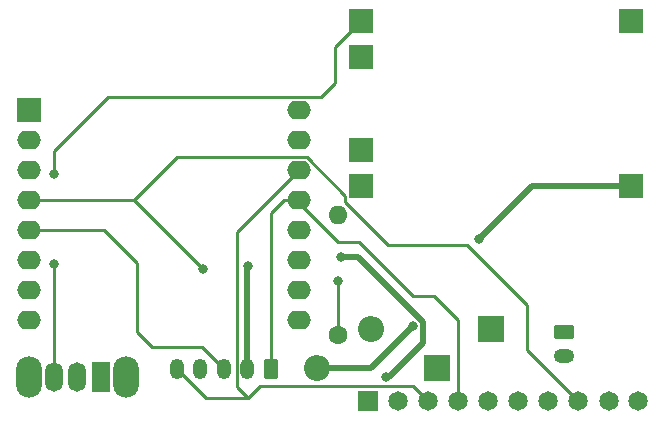
<source format=gtl>
%TF.GenerationSoftware,KiCad,Pcbnew,(6.0.2)*%
%TF.CreationDate,2022-02-27T07:15:14-05:00*%
%TF.ProjectId,breakout_slime,62726561-6b6f-4757-945f-736c696d652e,0.1*%
%TF.SameCoordinates,Original*%
%TF.FileFunction,Copper,L1,Top*%
%TF.FilePolarity,Positive*%
%FSLAX46Y46*%
G04 Gerber Fmt 4.6, Leading zero omitted, Abs format (unit mm)*
G04 Created by KiCad (PCBNEW (6.0.2)) date 2022-02-27 07:15:14*
%MOMM*%
%LPD*%
G01*
G04 APERTURE LIST*
G04 Aperture macros list*
%AMRoundRect*
0 Rectangle with rounded corners*
0 $1 Rounding radius*
0 $2 $3 $4 $5 $6 $7 $8 $9 X,Y pos of 4 corners*
0 Add a 4 corners polygon primitive as box body*
4,1,4,$2,$3,$4,$5,$6,$7,$8,$9,$2,$3,0*
0 Add four circle primitives for the rounded corners*
1,1,$1+$1,$2,$3*
1,1,$1+$1,$4,$5*
1,1,$1+$1,$6,$7*
1,1,$1+$1,$8,$9*
0 Add four rect primitives between the rounded corners*
20,1,$1+$1,$2,$3,$4,$5,0*
20,1,$1+$1,$4,$5,$6,$7,0*
20,1,$1+$1,$6,$7,$8,$9,0*
20,1,$1+$1,$8,$9,$2,$3,0*%
G04 Aperture macros list end*
%TA.AperFunction,ComponentPad*%
%ADD10C,1.600000*%
%TD*%
%TA.AperFunction,ComponentPad*%
%ADD11O,1.600000X1.600000*%
%TD*%
%TA.AperFunction,ComponentPad*%
%ADD12C,1.651000*%
%TD*%
%TA.AperFunction,ComponentPad*%
%ADD13R,1.651000X1.651000*%
%TD*%
%TA.AperFunction,ComponentPad*%
%ADD14R,2.000000X2.000000*%
%TD*%
%TA.AperFunction,ComponentPad*%
%ADD15O,2.000000X1.600000*%
%TD*%
%TA.AperFunction,ComponentPad*%
%ADD16R,2.200000X2.200000*%
%TD*%
%TA.AperFunction,ComponentPad*%
%ADD17O,2.200000X2.200000*%
%TD*%
%TA.AperFunction,ComponentPad*%
%ADD18RoundRect,0.250000X0.350000X0.625000X-0.350000X0.625000X-0.350000X-0.625000X0.350000X-0.625000X0*%
%TD*%
%TA.AperFunction,ComponentPad*%
%ADD19O,1.200000X1.750000*%
%TD*%
%TA.AperFunction,ComponentPad*%
%ADD20O,2.200000X3.500000*%
%TD*%
%TA.AperFunction,ComponentPad*%
%ADD21R,1.500000X2.500000*%
%TD*%
%TA.AperFunction,ComponentPad*%
%ADD22O,1.500000X2.500000*%
%TD*%
%TA.AperFunction,ComponentPad*%
%ADD23RoundRect,0.250000X-0.625000X0.350000X-0.625000X-0.350000X0.625000X-0.350000X0.625000X0.350000X0*%
%TD*%
%TA.AperFunction,ComponentPad*%
%ADD24O,1.750000X1.200000*%
%TD*%
%TA.AperFunction,ViaPad*%
%ADD25C,0.800000*%
%TD*%
%TA.AperFunction,Conductor*%
%ADD26C,0.500000*%
%TD*%
%TA.AperFunction,Conductor*%
%ADD27C,0.250000*%
%TD*%
G04 APERTURE END LIST*
D10*
%TO.P,R1,1*%
%TO.N,Net-(R1-Pad1)*%
X76816520Y-57258520D03*
D11*
%TO.P,R1,2*%
%TO.N,/B+*%
X76816520Y-47098520D03*
%TD*%
D12*
%TO.P,U3,*%
%TO.N,*%
X89506048Y-62860980D03*
X102206048Y-62860980D03*
X92046048Y-62860980D03*
X99793048Y-62860980D03*
D13*
%TO.P,U3,1,VCC*%
%TO.N,+3V3*%
X79346048Y-62860980D03*
D12*
%TO.P,U3,2,GND*%
%TO.N,GND*%
X81886048Y-62860980D03*
%TO.P,U3,3,SCL*%
%TO.N,/SCL*%
X84426048Y-62860980D03*
%TO.P,U3,4,SDA*%
%TO.N,/SDA*%
X86966048Y-62860980D03*
%TO.P,U3,5,AD0_BNO*%
%TO.N,Net-(JP1-Pad1)*%
X94586048Y-62860980D03*
%TO.P,U3,6,INT/AD0_MPU*%
%TO.N,/INT1*%
X97126048Y-62860980D03*
%TD*%
D14*
%TO.P,U2,1,~{RST}*%
%TO.N,unconnected-(U2-Pad1)*%
X50631520Y-38208520D03*
D15*
%TO.P,U2,2,A0*%
%TO.N,Net-(R1-Pad1)*%
X50631520Y-40748520D03*
%TO.P,U2,3,D0*%
%TO.N,unconnected-(U2-Pad3)*%
X50631520Y-43288520D03*
%TO.P,U2,4,SCK/D5*%
%TO.N,/INT1*%
X50631520Y-45828520D03*
%TO.P,U2,5,MISO/D6*%
%TO.N,/INT2*%
X50631520Y-48368520D03*
%TO.P,U2,6,MOSI/D7*%
%TO.N,unconnected-(U2-Pad6)*%
X50631520Y-50908520D03*
%TO.P,U2,7,CS/D8*%
%TO.N,unconnected-(U2-Pad7)*%
X50631520Y-53448520D03*
%TO.P,U2,8,3V3*%
%TO.N,+3V3*%
X50631520Y-55988520D03*
%TO.P,U2,9,5V*%
%TO.N,/5V*%
X73491520Y-55988520D03*
%TO.P,U2,10,GND*%
%TO.N,GND*%
X73491520Y-53448520D03*
%TO.P,U2,11,D4*%
%TO.N,unconnected-(U2-Pad11)*%
X73491520Y-50908520D03*
%TO.P,U2,12,D3*%
%TO.N,unconnected-(U2-Pad12)*%
X73491520Y-48368520D03*
%TO.P,U2,13,SDA/D2*%
%TO.N,/SDA*%
X73491520Y-45828520D03*
%TO.P,U2,14,SCL/D1*%
%TO.N,/SCL*%
X73491520Y-43288520D03*
%TO.P,U2,15,RX*%
%TO.N,unconnected-(U2-Pad15)*%
X73491520Y-40748520D03*
%TO.P,U2,16,TX*%
%TO.N,unconnected-(U2-Pad16)*%
X73491520Y-38208520D03*
%TD*%
D14*
%TO.P,U1,1,In+*%
%TO.N,Net-(D1-Pad2)*%
X101641026Y-44670590D03*
%TO.P,U1,2,In-*%
%TO.N,unconnected-(U1-Pad2)*%
X101641026Y-30700590D03*
%TO.P,U1,3,Out-*%
%TO.N,Net-(SW1-Pad3)*%
X78781026Y-30700590D03*
%TO.P,U1,4,B-*%
%TO.N,Net-(BT1-Pad2)*%
X78781026Y-33748590D03*
%TO.P,U1,5,B+*%
%TO.N,/B+*%
X78781026Y-41622590D03*
%TO.P,U1,6,Out+*%
%TO.N,Net-(D2-Pad2)*%
X78781026Y-44670590D03*
%TD*%
D16*
%TO.P,D2,1,K*%
%TO.N,/5V*%
X89770520Y-56750520D03*
D17*
%TO.P,D2,2,A*%
%TO.N,Net-(D2-Pad2)*%
X79610520Y-56750520D03*
%TD*%
D18*
%TO.P,J1,1,Pin_1*%
%TO.N,/SDA*%
X71164520Y-60142520D03*
D19*
%TO.P,J1,2,Pin_2*%
%TO.N,+3V3*%
X69164520Y-60142520D03*
%TO.P,J1,3,Pin_3*%
%TO.N,/INT2*%
X67164520Y-60142520D03*
%TO.P,J1,4,Pin_4*%
%TO.N,GND*%
X65164520Y-60142520D03*
%TO.P,J1,5,Pin_5*%
%TO.N,/SCL*%
X63164520Y-60142520D03*
%TD*%
D16*
%TO.P,D1,1,K*%
%TO.N,/5V*%
X85198520Y-60052520D03*
D17*
%TO.P,D1,2,A*%
%TO.N,Net-(D1-Pad2)*%
X75038520Y-60052520D03*
%TD*%
D20*
%TO.P,SW1,*%
%TO.N,*%
X58850520Y-60814520D03*
X50650520Y-60814520D03*
D21*
%TO.P,SW1,1,A*%
%TO.N,unconnected-(SW1-Pad1)*%
X56750520Y-60814520D03*
D22*
%TO.P,SW1,2,B*%
%TO.N,GND*%
X54750520Y-60814520D03*
%TO.P,SW1,3,C*%
%TO.N,Net-(SW1-Pad3)*%
X52750520Y-60814520D03*
%TD*%
D23*
%TO.P,BT1,1,+*%
%TO.N,/B+*%
X95956520Y-57020520D03*
D24*
%TO.P,BT1,2,-*%
%TO.N,Net-(BT1-Pad2)*%
X95956520Y-59020520D03*
%TD*%
D25*
%TO.N,Net-(D1-Pad2)*%
X88754520Y-49130520D03*
X83166520Y-56496520D03*
%TO.N,+3V3*%
X69196520Y-51416520D03*
%TO.N,GND*%
X80880520Y-60814520D03*
X77070520Y-50654520D03*
%TO.N,/INT1*%
X65386520Y-51670520D03*
%TO.N,Net-(R1-Pad1)*%
X76816520Y-52686520D03*
%TO.N,Net-(SW1-Pad3)*%
X52750520Y-51226520D03*
X52750520Y-43617209D03*
%TD*%
D26*
%TO.N,Net-(D1-Pad2)*%
X93214450Y-44670590D02*
X88754520Y-49130520D01*
X101641026Y-44670590D02*
X93214450Y-44670590D01*
X83166520Y-56496520D02*
X79610520Y-60052520D01*
X79610520Y-60052520D02*
X75038520Y-60052520D01*
D27*
%TO.N,/SDA*%
X76816520Y-49384520D02*
X78594520Y-49384520D01*
X72244520Y-45828520D02*
X73491520Y-45828520D01*
X84944520Y-53956520D02*
X86966048Y-55978048D01*
X71164520Y-46908520D02*
X72244520Y-45828520D01*
X86966048Y-55978048D02*
X86966048Y-62860980D01*
X71164520Y-60142520D02*
X71164520Y-46908520D01*
X78594520Y-49384520D02*
X83166520Y-53956520D01*
X73491520Y-46059520D02*
X76816520Y-49384520D01*
X83166520Y-53956520D02*
X84944520Y-53956520D01*
D26*
%TO.N,+3V3*%
X69164520Y-51448520D02*
X69164520Y-60142520D01*
X69196520Y-51416520D02*
X69164520Y-51448520D01*
D27*
%TO.N,/INT2*%
X50631520Y-48368520D02*
X57004520Y-48368520D01*
X59798520Y-51162520D02*
X59798520Y-57004520D01*
X57004520Y-48368520D02*
X59798520Y-51162520D01*
X59798520Y-57004520D02*
X61068520Y-58274520D01*
X67164520Y-60142520D02*
X65296520Y-58274520D01*
X61068520Y-58274520D02*
X65296520Y-58274520D01*
D26*
%TO.N,GND*%
X84016031Y-57933009D02*
X81134520Y-60814520D01*
X81134520Y-60814520D02*
X80880520Y-60814520D01*
X78525911Y-50654520D02*
X84016031Y-56144640D01*
X77070520Y-50654520D02*
X78525911Y-50654520D01*
X84016031Y-56144640D02*
X84016031Y-57933009D01*
D27*
%TO.N,/SCL*%
X70212520Y-61576520D02*
X69196520Y-62592520D01*
X65614520Y-62592520D02*
X69196520Y-62592520D01*
X83141588Y-61576520D02*
X70212520Y-61576520D01*
X68240000Y-48540040D02*
X73491520Y-43288520D01*
X84426048Y-62860980D02*
X83141588Y-61576520D01*
X69196520Y-62592520D02*
X68240000Y-61636000D01*
X63164520Y-60142520D02*
X65614520Y-62592520D01*
X68240000Y-61636000D02*
X68240000Y-48540040D01*
%TO.N,/INT1*%
X65132520Y-51416520D02*
X65386520Y-51670520D01*
X87738520Y-49638520D02*
X81099934Y-49638520D01*
X50631520Y-45828520D02*
X59544520Y-45828520D01*
X92818520Y-54718520D02*
X87738520Y-49638520D01*
X97126048Y-62860980D02*
X92806054Y-58540986D01*
X63209040Y-42164000D02*
X59544520Y-45828520D01*
X92818520Y-58528520D02*
X92806054Y-58540986D01*
X92818520Y-54718520D02*
X92818520Y-58528520D01*
X59544520Y-45828520D02*
X65132520Y-51416520D01*
X81099934Y-49638520D02*
X77456515Y-45995101D01*
X74168000Y-42164000D02*
X63209040Y-42164000D01*
X77456515Y-45452515D02*
X74168000Y-42164000D01*
X77456515Y-45995101D02*
X77456515Y-45452515D01*
%TO.N,Net-(R1-Pad1)*%
X76816520Y-57258520D02*
X76816520Y-52686520D01*
%TO.N,Net-(SW1-Pad3)*%
X52750520Y-60814520D02*
X52750520Y-51226520D01*
X76562520Y-35922520D02*
X75401040Y-37084000D01*
X57367040Y-37084000D02*
X52750520Y-41700520D01*
X52750520Y-41700520D02*
X52750520Y-43617209D01*
X78736450Y-30700590D02*
X76562520Y-32874520D01*
X75401040Y-37084000D02*
X57367040Y-37084000D01*
X76562520Y-32874520D02*
X76562520Y-35922520D01*
%TD*%
M02*

</source>
